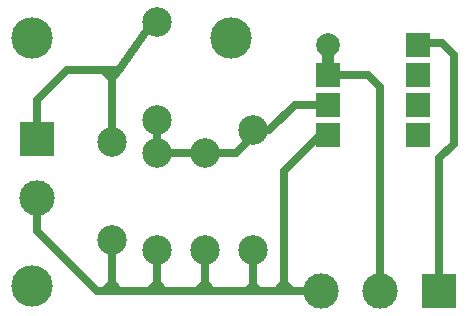
<source format=gbr>
%FSLAX35Y35*%
%MOIN*%
G04 EasyPC Gerber Version 18.0.9 Build 3640 *
%ADD12R,0.07874X0.07874*%
%ADD14R,0.11811X0.11811*%
%ADD16C,0.02756*%
%ADD17C,0.03937*%
%ADD11C,0.07874*%
%ADD13C,0.09843*%
%ADD15C,0.11811*%
%ADD10C,0.13780*%
X0Y0D02*
D02*
D10*
X12061Y15388D03*
Y98065D03*
X78486D03*
D02*
D11*
X110750Y95750D03*
D02*
D12*
Y65750D03*
Y75750D03*
Y85750D03*
X140750Y65750D03*
Y75750D03*
Y85750D03*
Y95750D03*
D02*
D13*
X38750Y30750D03*
Y63250D03*
X53750Y27250D03*
Y59750D03*
Y70750D03*
Y103250D03*
X69750Y27250D03*
Y59750D03*
X85750Y27250D03*
Y67250D03*
D02*
D14*
X13750Y64250D03*
X147935Y13750D03*
D02*
D15*
X13750Y44565D03*
X108565Y13750D03*
X128250D03*
D02*
D16*
X13750Y44565D02*
Y33750D01*
X33750Y13750*
X36250*
X13750Y64250D02*
Y77250D01*
X23750Y87250*
X35750*
X38750*
X36250Y13750D02*
X38750D01*
X41250*
X38750Y17250D02*
Y16250D01*
X41250Y13750*
X38750Y17250D02*
Y16250D01*
X36250Y13750*
X38750Y17250D02*
Y13750D01*
Y30750D02*
Y17250D01*
Y63250D02*
Y83750D01*
Y84750*
X41250Y87250*
X38750Y83750D02*
Y84250D01*
X35750Y87250*
X38750Y83750D02*
Y87250D01*
X41250*
Y13750D02*
X51250D01*
X41250Y87250D02*
X54367Y106367D01*
X53750*
Y103250*
X51250Y13750D02*
X53750D01*
X56250*
X53750Y16750D02*
Y16250D01*
X56250Y13750*
X53750Y16750D02*
Y16250D01*
X51250Y13750*
X53750Y16750D02*
Y13750D01*
Y27250D02*
Y16750D01*
Y59750D02*
X80250D01*
X85750Y65250*
Y67250*
X53750Y70750D02*
Y59750D01*
X56250Y13750D02*
X67250D01*
X69750*
X72250*
X69750Y17250D02*
Y16250D01*
X72250Y13750*
X69750Y17250D02*
Y16250D01*
X67250Y13750*
X69750Y17250D02*
Y13750D01*
Y27250D02*
Y17250D01*
X72250Y13750D02*
X83750D01*
X85750*
X87750*
X85750Y16750D02*
Y15750D01*
X87750Y13750*
X85750Y16750D02*
Y15750D01*
X83750Y13750*
X85750Y16750D02*
Y13750D01*
Y27250D02*
Y16750D01*
Y67250D02*
X91250D01*
X99750Y75750*
X110750*
X87750Y13750D02*
X93750D01*
X96250Y17250D02*
Y16250D01*
X98750Y13750*
X96250Y17250D02*
Y16250D01*
X93750Y13750*
X98750D02*
X108565D01*
X98750D02*
X93750D01*
X110750Y65750D02*
X108250D01*
X96250Y53750*
Y17250*
X110750Y85750D02*
X124250D01*
X128250Y81750*
Y13750*
X147935D02*
Y57935D01*
X152750Y62750*
Y92250*
X148750Y96250*
X141250*
D02*
D17*
X110750Y95750D02*
Y85750D01*
X141250Y96250D02*
X140750Y95750D01*
X0Y0D02*
M02*

</source>
